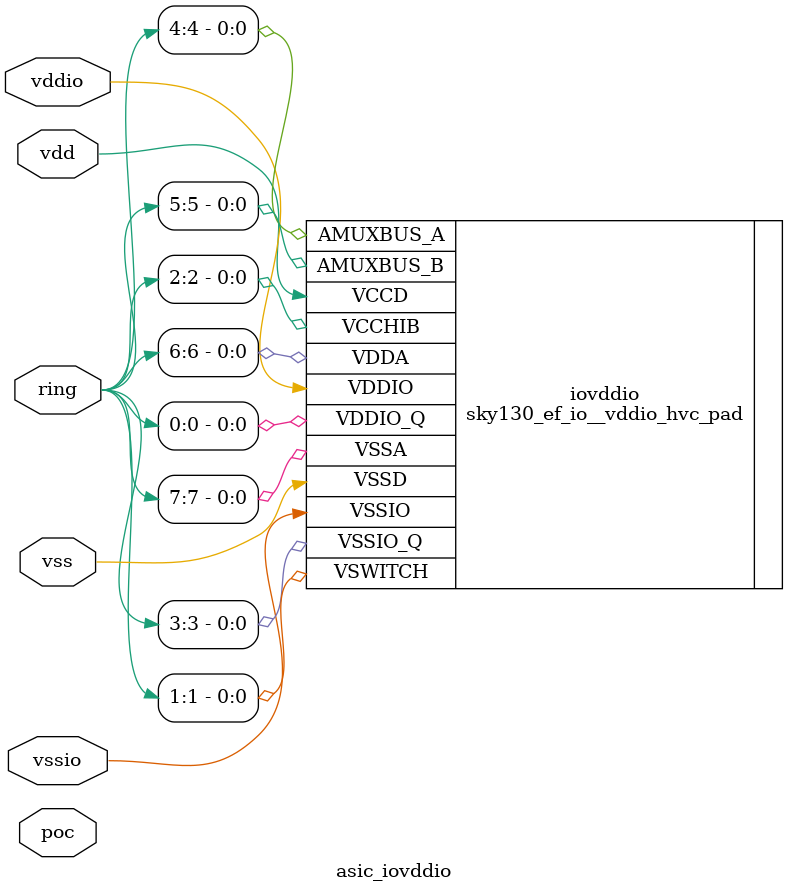
<source format=v>
module asic_iovddio #(
    parameter DIR = "NO",
    parameter TYPE = "SOFT",
    parameter TECH_RING_WIDTH = 8
) (
    inout vdd,
    inout vss,
    inout vddio,
    inout vssio,
    inout poc,

    inout [TECH_RING_WIDTH-1:0] ring
);

sky130_ef_io__vddio_hvc_pad iovddio (
    .VDDIO(vddio),
    .VDDIO_Q(ring[0]),
    .VDDA(ring[6]),
    .VCCD(vdd),
    .VSWITCH(ring[1]),
    .VCCHIB(ring[2]),
    .VSSA(ring[7]),
    .VSSD(vss),
    .VSSIO_Q(ring[3]),
    .VSSIO(vssio),

    .AMUXBUS_A(ring[4]),
    .AMUXBUS_B(ring[5])
);

endmodule
</source>
